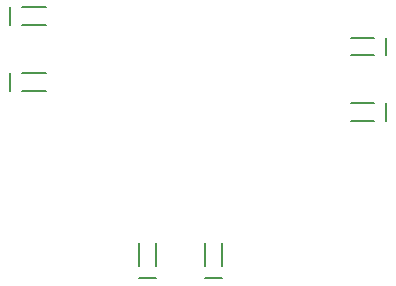
<source format=gbr>
G04 #@! TF.FileFunction,Legend,Bot*
%FSLAX46Y46*%
G04 Gerber Fmt 4.6, Leading zero omitted, Abs format (unit mm)*
G04 Created by KiCad (PCBNEW 4.0.2+dfsg1-stable) date Qua 18 Mai 2016 07:39:49 BRT*
%MOMM*%
G01*
G04 APERTURE LIST*
%ADD10C,0.100000*%
%ADD11C,0.150000*%
G04 APERTURE END LIST*
D10*
D11*
X97630000Y-82080000D02*
X97630000Y-83561000D01*
X97630000Y-76519000D02*
X97630000Y-78000000D01*
X98630000Y-82080000D02*
X100630000Y-82080000D01*
X98630000Y-83561000D02*
X100630000Y-83561000D01*
X98630000Y-76519000D02*
X100630000Y-76519000D01*
X98630000Y-78000000D02*
X100630000Y-78000000D01*
X114080000Y-99450000D02*
X115561000Y-99450000D01*
X108519000Y-99450000D02*
X110000000Y-99450000D01*
X114080000Y-98450000D02*
X114080000Y-96450000D01*
X115561000Y-98450000D02*
X115561000Y-96450000D01*
X108519000Y-98450000D02*
X108519000Y-96450000D01*
X110000000Y-98450000D02*
X110000000Y-96450000D01*
X129460000Y-80550000D02*
X129460000Y-79069000D01*
X129460000Y-86111000D02*
X129460000Y-84630000D01*
X128460000Y-80550000D02*
X126460000Y-80550000D01*
X128460000Y-79069000D02*
X126460000Y-79069000D01*
X128460000Y-86111000D02*
X126460000Y-86111000D01*
X128460000Y-84630000D02*
X126460000Y-84630000D01*
M02*

</source>
